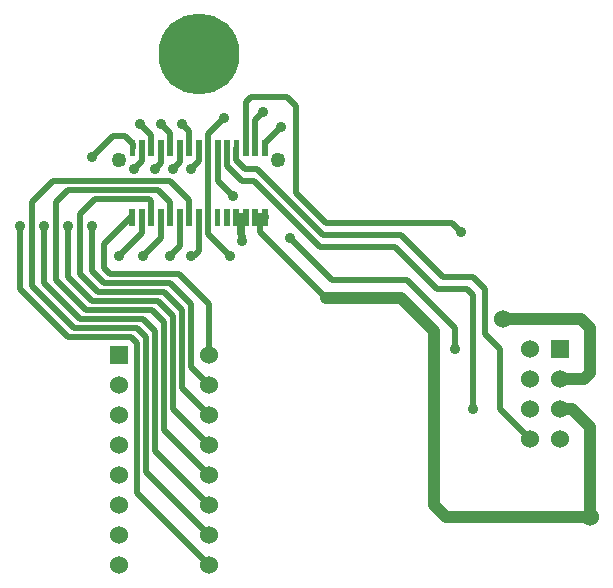
<source format=gbr>
G04 start of page 3 for group 5 idx 5 *
G04 Title: (unknown), bottom *
G04 Creator: pcb 20110918 *
G04 CreationDate: Mon Sep 15 22:10:26 2014 UTC *
G04 For: fosse *
G04 Format: Gerber/RS-274X *
G04 PCB-Dimensions: 375000 325000 *
G04 PCB-Coordinate-Origin: lower left *
%MOIN*%
%FSLAX25Y25*%
%LNBOTTOM*%
%ADD163C,0.0354*%
%ADD162C,0.1160*%
%ADD161C,0.0380*%
%ADD160C,0.0280*%
%ADD159C,0.0350*%
%ADD158C,0.0360*%
%ADD157R,0.0197X0.0197*%
%ADD156R,0.0197X0.0197*%
%ADD155R,0.0197X0.0197*%
%ADD154C,0.0494*%
%ADD153C,0.2700*%
%ADD152C,0.0600*%
%ADD151C,0.0001*%
%ADD150C,0.0100*%
%ADD149C,0.0250*%
%ADD148C,0.0400*%
%ADD147C,0.0200*%
G54D147*X153444Y227775D02*X178444D01*
X149444Y238775D02*X174444D01*
X150444Y242775D02*X176444D01*
G54D148*Y221775D02*X151444D01*
G54D147*X139444Y241775D02*X153444Y227775D01*
X151444Y221775D02*X129444Y243775D01*
X193444Y246775D02*X151444D01*
X127897Y281228D02*X130444Y283775D01*
X127897Y271772D02*Y281228D01*
X131046Y271772D02*Y273377D01*
X124748Y287079D02*X126444Y288775D01*
X124748Y271771D02*Y287079D01*
X131046Y273377D02*X136444Y278775D01*
X126444Y288775D02*X138444D01*
X141444Y285775D02*X138444Y288775D01*
X149444Y238775D02*X127444Y260775D01*
X128444Y264775D02*X150444Y242775D01*
X141444Y256775D02*Y285775D01*
X151444Y246775D02*X141444Y256775D01*
X129444Y248662D02*Y243775D01*
G54D149*X128424Y248661D02*Y248662D01*
X131008Y248661D02*X128424D01*
G54D150*X131006Y248662D02*X131008Y248661D01*
X127858Y248662D02*X131006D01*
G54D147*X194444Y211775D02*Y204775D01*
X200444Y222775D02*Y184775D01*
X209444D02*X219444Y174775D01*
G54D148*X239444Y178775D02*Y148775D01*
X233444Y184775D02*X239444Y178775D01*
X229444Y184775D02*X233444D01*
G54D147*X209444Y204775D02*Y184775D01*
X204444Y209775D02*X209444Y204775D01*
G54D148*X236444Y214775D02*X210444D01*
X239444Y211775D02*X236444Y214775D01*
X239444Y196775D02*Y211775D01*
X237444Y194775D02*X239444Y196775D01*
X229444Y194775D02*X237444D01*
X187444Y152775D02*Y210775D01*
X191444Y148775D02*X187444Y152775D01*
X239444Y148775D02*X191444D01*
G54D147*X204444Y224775D02*Y209775D01*
X200444Y228775D02*X204444Y224775D01*
X178444Y227775D02*X194444Y211775D01*
X198444Y224775D02*X200444Y222775D01*
X188444Y224775D02*X198444D01*
X174444Y238775D02*X188444Y224775D01*
X190444Y228775D02*X200444D01*
X176444Y242775D02*X190444Y228775D01*
X193444Y246775D02*X196444Y243775D01*
G54D148*X187444Y210775D02*X176444Y221775D01*
G54D147*X49444Y224775D02*Y245775D01*
X53444Y225775D02*Y253775D01*
X57444Y226775D02*Y245775D01*
X61444Y227775D02*Y253775D01*
X65444Y228775D02*Y245775D01*
X73444D02*Y230775D01*
X69444Y249775D02*X74444Y254775D01*
X69444Y229775D02*Y249775D01*
X65444Y208775D02*X49444Y224775D01*
X67444Y211775D02*X53444Y225775D01*
X69444Y214775D02*X57444Y226775D01*
X71444Y217775D02*X61444Y227775D01*
X73444Y220775D02*X65444Y228775D01*
X86444Y208775D02*X65444D01*
X88444Y211775D02*X67444D01*
X90444Y214775D02*X69444D01*
X97444Y213775D02*X93444Y217775D01*
X100444Y215775D02*X95444Y220775D01*
X79444Y229775D02*X102444D01*
X96362Y241693D02*X90444Y235775D01*
X90062Y248662D02*Y243393D01*
X93444Y217775D02*X71444D01*
X95444Y220775D02*X73444D01*
X94444Y210775D02*X90444Y214775D01*
X91444Y208775D02*X88444Y211775D01*
Y206775D02*X86444Y208775D01*
X103444Y217775D02*X97444Y223775D01*
X99444Y226775D02*X106444Y219775D01*
X102444Y229775D02*X112444Y219775D01*
X108960Y248661D02*Y237291D01*
X102660Y248662D02*Y238991D01*
X96362Y248662D02*X96444Y241775D01*
G54D150*X112149Y248702D02*X112110Y248662D01*
G54D147*X97444Y177775D02*Y213775D01*
X100444Y184775D02*Y215775D01*
X94444Y170775D02*Y210775D01*
X91444Y163775D02*Y208775D01*
X88444Y156775D02*Y206775D01*
X112444Y162775D02*X97444Y177775D01*
X112444Y172775D02*X100444Y184775D01*
X112444Y182775D02*X103444Y191775D01*
X106444Y198775D02*X112444Y192775D01*
Y132775D02*X88444Y156775D01*
X112444Y142775D02*X91444Y163775D01*
X112444Y152775D02*X94444Y170775D01*
X103444Y191775D02*Y217775D01*
X106444Y219775D02*Y198775D01*
X112444Y219775D02*Y202775D01*
X118448Y271772D02*Y265771D01*
X112149Y276480D02*X117444Y281775D01*
X112149Y271771D02*Y276480D01*
X112109Y248440D02*X112149Y271771D01*
X115299Y260920D02*X120444Y255775D01*
X123444Y260775D02*X127444D01*
X115299Y271771D02*Y260920D01*
X118448Y265771D02*X123444Y260775D01*
X124444Y264775D02*X128444D01*
X121598Y267621D02*X124444Y264775D01*
X121598Y271771D02*Y267621D01*
X112109Y243110D02*X119444Y235775D01*
X112109Y248440D02*Y243110D01*
X108960Y237291D02*X107444Y235775D01*
G54D149*X123444Y240775D02*X122924Y248795D01*
X121924D02*X124424D01*
G54D147*X105810Y248661D02*Y254409D01*
X108999Y267331D02*X106444Y264775D01*
X108999Y271772D02*Y267331D01*
X80444Y275775D02*X73444Y268775D01*
X53444Y253775D02*X60444Y260775D01*
X61444Y253775D02*X65444Y257775D01*
X99444Y260775D02*X60444D01*
X95444Y257775D02*X65444D01*
X92444Y254775D02*X74444D01*
X93212Y254007D02*X92444Y254775D01*
X96401Y266733D02*X94444Y264775D01*
X96401Y271771D02*Y266733D01*
X90102Y267433D02*X87444Y264775D01*
X90102Y271771D02*Y267433D01*
X84444Y275775D02*X80444D01*
X93251Y275967D02*X89444Y279775D01*
X93251Y271772D02*Y275967D01*
X86952Y273267D02*X84444Y275775D01*
X86952Y271771D02*Y273267D01*
X105849Y277369D02*X103444Y279775D01*
X105849Y271772D02*Y277369D01*
X99551Y276667D02*X96444Y279775D01*
X99551Y271771D02*Y276667D01*
X105810Y254409D02*X99444Y260775D01*
X102700Y267031D02*X100444Y264775D01*
X102700Y271772D02*Y267031D01*
X99512Y253707D02*X95444Y257775D01*
X99512Y248662D02*Y253707D01*
X93212Y248662D02*Y254007D01*
X75444Y223775D02*X69444Y229775D01*
X73444Y230775D02*X77444Y226775D01*
Y231775D02*X79444Y229775D01*
X97444Y223775D02*X75444D01*
X77444Y226775D02*X99444D01*
X102660Y238991D02*X99444Y235775D01*
X77444Y239775D02*Y231775D01*
X86331Y248662D02*X77444Y239775D01*
X86912Y248662D02*X86331D01*
X90062Y243393D02*X82444Y235775D01*
G54D151*G36*
X79444Y205775D02*Y199775D01*
X85444D01*
Y205775D01*
X79444D01*
G37*
G54D152*X82444Y192775D03*
Y182775D03*
Y172775D03*
Y162775D03*
Y152775D03*
Y142775D03*
Y132775D03*
X112444D03*
Y142775D03*
Y152775D03*
Y162775D03*
Y172775D03*
Y182775D03*
Y192775D03*
Y202775D03*
X229444Y184775D03*
Y174775D03*
X219444D03*
Y184775D03*
G54D151*G36*
X226444Y207775D02*Y201775D01*
X232444D01*
Y207775D01*
X226444D01*
G37*
G54D152*X229444Y194775D03*
X219444D03*
Y204775D03*
G54D153*X109000Y303000D03*
G54D154*X82424Y267795D03*
X135574D03*
G54D155*X99551Y273583D02*Y269960D01*
X96401Y273583D02*Y269960D01*
G54D156*X93251Y273583D02*Y269961D01*
G54D155*X90102Y273583D02*Y269960D01*
X86952Y273583D02*Y269960D01*
G54D157*X108999Y273584D02*Y269960D01*
G54D156*X105849Y273583D02*Y269961D01*
X102700Y273583D02*Y269961D01*
X131046Y273583D02*Y269961D01*
X127897Y273583D02*Y269961D01*
G54D155*X124748Y273583D02*Y269960D01*
X121598Y273583D02*Y269960D01*
G54D156*X118448Y273583D02*Y269961D01*
G54D155*X115299Y273583D02*Y269960D01*
X112149Y273583D02*Y269960D01*
X108960Y250473D02*Y246850D01*
X105810Y250473D02*Y246850D01*
G54D156*X102660Y250473D02*Y246851D01*
X112109Y250473D02*Y246851D01*
G54D157*X99511Y250474D02*Y246850D01*
G54D156*X96361Y250473D02*Y246851D01*
X93212Y250473D02*Y246851D01*
G54D157*X90062Y250474D02*Y246850D01*
G54D156*X86912Y250473D02*Y246851D01*
G54D155*X131007Y250473D02*Y246850D01*
G54D156*X127857Y250473D02*Y246851D01*
G54D157*X124708Y250474D02*Y246850D01*
G54D156*X121558Y250473D02*Y246851D01*
X118409Y250473D02*Y246851D01*
G54D157*X115259Y250474D02*Y246850D01*
G54D158*X139444Y241775D03*
X120444Y255775D03*
X123444Y240775D03*
X119444Y235775D03*
X130444Y283775D03*
X117444Y281775D03*
X89444Y279775D03*
X96444D03*
X103444D03*
X136444Y278775D03*
X106444Y264775D03*
X100444D03*
X94444D03*
X87444D03*
X65444Y245775D03*
X49444D03*
X57444D03*
X73444D03*
Y268775D03*
X106444Y235775D03*
X90444D03*
X82444D03*
X99444D03*
X194444Y204775D03*
X200444Y184775D03*
X196444Y243775D03*
G54D152*X239444Y148775D03*
X210444Y214775D03*
G54D147*G54D159*G54D160*G54D161*G54D162*G54D163*M02*

</source>
